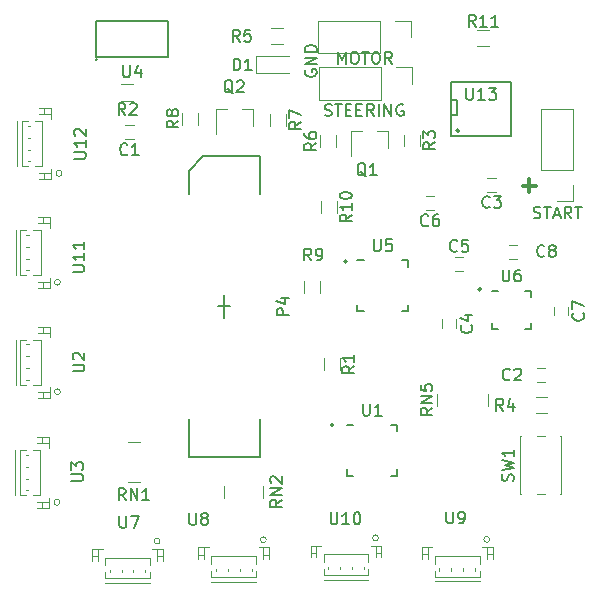
<source format=gto>
G04 #@! TF.FileFunction,Legend,Top*
%FSLAX46Y46*%
G04 Gerber Fmt 4.6, Leading zero omitted, Abs format (unit mm)*
G04 Created by KiCad (PCBNEW 4.0.5-e0-6337~49~ubuntu16.04.1) date Tue Feb 21 22:51:04 2017*
%MOMM*%
%LPD*%
G01*
G04 APERTURE LIST*
%ADD10C,0.100000*%
%ADD11C,0.300000*%
%ADD12C,0.200000*%
%ADD13C,0.120000*%
%ADD14C,0.150000*%
G04 APERTURE END LIST*
D10*
D11*
X134898572Y-90187143D02*
X136041429Y-90187143D01*
X135470000Y-90758571D02*
X135470000Y-89615714D01*
D12*
X116510000Y-80391904D02*
X116462381Y-80487142D01*
X116462381Y-80629999D01*
X116510000Y-80772857D01*
X116605238Y-80868095D01*
X116700476Y-80915714D01*
X116890952Y-80963333D01*
X117033810Y-80963333D01*
X117224286Y-80915714D01*
X117319524Y-80868095D01*
X117414762Y-80772857D01*
X117462381Y-80629999D01*
X117462381Y-80534761D01*
X117414762Y-80391904D01*
X117367143Y-80344285D01*
X117033810Y-80344285D01*
X117033810Y-80534761D01*
X117462381Y-79915714D02*
X116462381Y-79915714D01*
X117462381Y-79344285D01*
X116462381Y-79344285D01*
X117462381Y-78868095D02*
X116462381Y-78868095D01*
X116462381Y-78630000D01*
X116510000Y-78487142D01*
X116605238Y-78391904D01*
X116700476Y-78344285D01*
X116890952Y-78296666D01*
X117033810Y-78296666D01*
X117224286Y-78344285D01*
X117319524Y-78391904D01*
X117414762Y-78487142D01*
X117462381Y-78630000D01*
X117462381Y-78868095D01*
X129552315Y-85520000D02*
G75*
G03X129552315Y-85520000I-152315J0D01*
G01*
X120038924Y-96620000D02*
G75*
G03X120038924Y-96620000I-138924J0D01*
G01*
X131412127Y-98950000D02*
G75*
G03X131412127Y-98950000I-142127J0D01*
G01*
X118856301Y-110440000D02*
G75*
G03X118856301Y-110440000I-106301J0D01*
G01*
D13*
X101950000Y-86260000D02*
X101250000Y-86260000D01*
X101250000Y-85060000D02*
X101950000Y-85060000D01*
X136810000Y-106810000D02*
X136110000Y-106810000D01*
X136110000Y-105610000D02*
X136810000Y-105610000D01*
X132617960Y-90706500D02*
X131917960Y-90706500D01*
X131917960Y-89506500D02*
X132617960Y-89506500D01*
X129290000Y-101500000D02*
X129290000Y-102200000D01*
X128090000Y-102200000D02*
X128090000Y-101500000D01*
X129160000Y-96230000D02*
X129860000Y-96230000D01*
X129860000Y-97430000D02*
X129160000Y-97430000D01*
X127410000Y-92270000D02*
X126710000Y-92270000D01*
X126710000Y-91070000D02*
X127410000Y-91070000D01*
X138760000Y-100470000D02*
X138760000Y-101170000D01*
X137560000Y-101170000D02*
X137560000Y-100470000D01*
X134456920Y-96391020D02*
X133756920Y-96391020D01*
X133756920Y-95191020D02*
X134456920Y-95191020D01*
X112300000Y-79230000D02*
X112300000Y-80630000D01*
X112300000Y-80630000D02*
X115100000Y-80630000D01*
X112300000Y-79230000D02*
X115100000Y-79230000D01*
X139197700Y-88854280D02*
X139197700Y-83654280D01*
X139197700Y-83654280D02*
X136417700Y-83654280D01*
X136417700Y-83654280D02*
X136417700Y-88854280D01*
X136417700Y-88854280D02*
X139197700Y-88854280D01*
X139197700Y-90124280D02*
X139197700Y-91514280D01*
X139197700Y-91514280D02*
X137807700Y-91514280D01*
X122895360Y-80169400D02*
X117695360Y-80169400D01*
X117695360Y-80169400D02*
X117695360Y-82949400D01*
X117695360Y-82949400D02*
X122895360Y-82949400D01*
X122895360Y-82949400D02*
X122895360Y-80169400D01*
X124165360Y-80169400D02*
X125555360Y-80169400D01*
X125555360Y-80169400D02*
X125555360Y-81559400D01*
X122798840Y-76214620D02*
X117598840Y-76214620D01*
X117598840Y-76214620D02*
X117598840Y-78994620D01*
X117598840Y-78994620D02*
X122798840Y-78994620D01*
X122798840Y-78994620D02*
X122798840Y-76214620D01*
X124068840Y-76214620D02*
X125458840Y-76214620D01*
X125458840Y-76214620D02*
X125458840Y-77604620D01*
D14*
X109618780Y-100411280D02*
X109118780Y-100411280D01*
X109618780Y-100411280D02*
X110118780Y-100411280D01*
X109618780Y-100411280D02*
X109618780Y-99411280D01*
X109618780Y-100411280D02*
X109618780Y-101411280D01*
X112618780Y-87661280D02*
X107868780Y-87661280D01*
X106618780Y-88911280D02*
X107868780Y-87661280D01*
X106618780Y-88911280D02*
X106618780Y-90911280D01*
X112618780Y-90911280D02*
X112618780Y-87661280D01*
X106618780Y-113161280D02*
X106618780Y-109911280D01*
X112618780Y-113161280D02*
X106618780Y-113161280D01*
X112618780Y-109911280D02*
X112618780Y-113161280D01*
D13*
X123490000Y-85540000D02*
X122560000Y-85540000D01*
X120330000Y-85540000D02*
X121260000Y-85540000D01*
X120330000Y-85540000D02*
X120330000Y-87700000D01*
X123490000Y-85540000D02*
X123490000Y-87000000D01*
X112100000Y-83670000D02*
X111170000Y-83670000D01*
X108940000Y-83670000D02*
X109870000Y-83670000D01*
X108940000Y-83670000D02*
X108940000Y-85830000D01*
X112100000Y-83670000D02*
X112100000Y-85130000D01*
X118050000Y-105810000D02*
X118050000Y-104810000D01*
X119410000Y-104810000D02*
X119410000Y-105810000D01*
X100930000Y-81620000D02*
X101930000Y-81620000D01*
X101930000Y-82980000D02*
X100930000Y-82980000D01*
X124880000Y-86860000D02*
X124880000Y-85860000D01*
X126240000Y-85860000D02*
X126240000Y-86860000D01*
X136990000Y-109460000D02*
X135990000Y-109460000D01*
X135990000Y-108100000D02*
X136990000Y-108100000D01*
X113620000Y-76810000D02*
X114620000Y-76810000D01*
X114620000Y-78170000D02*
X113620000Y-78170000D01*
X119100000Y-85920000D02*
X119100000Y-86920000D01*
X117740000Y-86920000D02*
X117740000Y-85920000D01*
X113540000Y-85110000D02*
X113540000Y-84110000D01*
X114900000Y-84110000D02*
X114900000Y-85110000D01*
X107430000Y-84010000D02*
X107430000Y-85010000D01*
X106070000Y-85010000D02*
X106070000Y-84010000D01*
X117760000Y-98300000D02*
X117760000Y-99300000D01*
X116400000Y-99300000D02*
X116400000Y-98300000D01*
X117841480Y-92493720D02*
X117841480Y-91493720D01*
X119201480Y-91493720D02*
X119201480Y-92493720D01*
X132051680Y-78401460D02*
X131051680Y-78401460D01*
X131051680Y-77041460D02*
X132051680Y-77041460D01*
X134678480Y-111410580D02*
X134778480Y-111410580D01*
X138178480Y-111410580D02*
X138078480Y-111410580D01*
X138078480Y-116310580D02*
X138178480Y-116310580D01*
X134678480Y-116310580D02*
X134778480Y-116310580D01*
X136078480Y-116310580D02*
X136778480Y-116310580D01*
X136078480Y-111410580D02*
X136778480Y-111410580D01*
X134678480Y-111410580D02*
X134678480Y-116310580D01*
X138178480Y-116310580D02*
X138178480Y-111410580D01*
D14*
X124290000Y-110430000D02*
X124290000Y-110955000D01*
X119990000Y-114730000D02*
X119990000Y-114205000D01*
X124290000Y-114730000D02*
X124290000Y-114205000D01*
X119990000Y-110430000D02*
X120515000Y-110430000D01*
X119990000Y-114730000D02*
X120515000Y-114730000D01*
X124290000Y-114730000D02*
X123765000Y-114730000D01*
X124290000Y-110430000D02*
X123765000Y-110430000D01*
D13*
X95757500Y-107630000D02*
G75*
G03X95757500Y-107630000I-250000J0D01*
G01*
X91957500Y-107030000D02*
X91957500Y-103230000D01*
X93857500Y-108130000D02*
X94857500Y-108130000D01*
X94857500Y-108130000D02*
X94857500Y-107230000D01*
X94857500Y-107630000D02*
X93857500Y-107630000D01*
X93857500Y-107630000D02*
X93857500Y-107630000D01*
X93857500Y-107630000D02*
X94857500Y-107630000D01*
X94857500Y-107630000D02*
X94857500Y-107630000D01*
X94257500Y-107630000D02*
X94257500Y-107630000D01*
X94257500Y-107630000D02*
X94257500Y-108130000D01*
X94257500Y-108130000D02*
X94257500Y-108130000D01*
X94257500Y-108130000D02*
X94257500Y-107630000D01*
X93857500Y-102130000D02*
X94857500Y-102130000D01*
X94857500Y-102130000D02*
X94857500Y-103030000D01*
X94857500Y-102630000D02*
X93857500Y-102630000D01*
X93857500Y-102630000D02*
X93857500Y-102630000D01*
X93857500Y-102630000D02*
X94857500Y-102630000D01*
X94857500Y-102630000D02*
X94857500Y-102630000D01*
X94257500Y-102630000D02*
X94257500Y-102630000D01*
X94257500Y-102630000D02*
X94257500Y-102130000D01*
X94257500Y-102130000D02*
X94257500Y-102130000D01*
X94257500Y-102130000D02*
X94257500Y-102630000D01*
X92857500Y-107030000D02*
X92357500Y-107030000D01*
X92357500Y-107030000D02*
X92357500Y-103230000D01*
X92357500Y-103230000D02*
X92857500Y-103230000D01*
X93457500Y-107030000D02*
X94107500Y-107030000D01*
X94107500Y-107030000D02*
X94107500Y-103230000D01*
X94107500Y-103230000D02*
X93457500Y-103230000D01*
X92857500Y-106630000D02*
X93057500Y-106630000D01*
X92857500Y-105630000D02*
X93057500Y-105630000D01*
X92857500Y-104630000D02*
X93057500Y-104630000D01*
X92857500Y-103630000D02*
X93057500Y-103630000D01*
X95713360Y-116993040D02*
G75*
G03X95713360Y-116993040I-250000J0D01*
G01*
X91913360Y-116393040D02*
X91913360Y-112593040D01*
X93813360Y-117493040D02*
X94813360Y-117493040D01*
X94813360Y-117493040D02*
X94813360Y-116593040D01*
X94813360Y-116993040D02*
X93813360Y-116993040D01*
X93813360Y-116993040D02*
X93813360Y-116993040D01*
X93813360Y-116993040D02*
X94813360Y-116993040D01*
X94813360Y-116993040D02*
X94813360Y-116993040D01*
X94213360Y-116993040D02*
X94213360Y-116993040D01*
X94213360Y-116993040D02*
X94213360Y-117493040D01*
X94213360Y-117493040D02*
X94213360Y-117493040D01*
X94213360Y-117493040D02*
X94213360Y-116993040D01*
X93813360Y-111493040D02*
X94813360Y-111493040D01*
X94813360Y-111493040D02*
X94813360Y-112393040D01*
X94813360Y-111993040D02*
X93813360Y-111993040D01*
X93813360Y-111993040D02*
X93813360Y-111993040D01*
X93813360Y-111993040D02*
X94813360Y-111993040D01*
X94813360Y-111993040D02*
X94813360Y-111993040D01*
X94213360Y-111993040D02*
X94213360Y-111993040D01*
X94213360Y-111993040D02*
X94213360Y-111493040D01*
X94213360Y-111493040D02*
X94213360Y-111493040D01*
X94213360Y-111493040D02*
X94213360Y-111993040D01*
X92813360Y-116393040D02*
X92313360Y-116393040D01*
X92313360Y-116393040D02*
X92313360Y-112593040D01*
X92313360Y-112593040D02*
X92813360Y-112593040D01*
X93413360Y-116393040D02*
X94063360Y-116393040D01*
X94063360Y-116393040D02*
X94063360Y-112593040D01*
X94063360Y-112593040D02*
X93413360Y-112593040D01*
X92813360Y-115993040D02*
X93013360Y-115993040D01*
X92813360Y-114993040D02*
X93013360Y-114993040D01*
X92813360Y-113993040D02*
X93013360Y-113993040D01*
X92813360Y-112993040D02*
X93013360Y-112993040D01*
D14*
X104888000Y-79280000D02*
X101840000Y-79280000D01*
X104888000Y-76232000D02*
X104888000Y-79280000D01*
X98792000Y-76232000D02*
X104888000Y-76232000D01*
X98792000Y-79280000D02*
X98792000Y-76232000D01*
X101840000Y-79280000D02*
X98792000Y-79280000D01*
X98863842Y-79534000D02*
G75*
G03X98863842Y-79534000I-71842J0D01*
G01*
X125210000Y-96510000D02*
X125210000Y-97035000D01*
X120910000Y-100810000D02*
X120910000Y-100285000D01*
X125210000Y-100810000D02*
X125210000Y-100285000D01*
X120910000Y-96510000D02*
X121435000Y-96510000D01*
X120910000Y-100810000D02*
X121435000Y-100810000D01*
X125210000Y-100810000D02*
X124685000Y-100810000D01*
X125210000Y-96510000D02*
X124685000Y-96510000D01*
X135581640Y-99072880D02*
X135581640Y-99572880D01*
X132331640Y-102322880D02*
X132331640Y-101822880D01*
X135581640Y-102322880D02*
X135581640Y-101822880D01*
X132331640Y-99072880D02*
X132831640Y-99072880D01*
X132331640Y-102322880D02*
X132831640Y-102322880D01*
X135581640Y-102322880D02*
X135081640Y-102322880D01*
X135581640Y-99072880D02*
X135081640Y-99072880D01*
D13*
X104195060Y-120281700D02*
G75*
G03X104195060Y-120281700I-250000J0D01*
G01*
X103345060Y-123831700D02*
X99545060Y-123831700D01*
X104445060Y-121931700D02*
X104445060Y-120931700D01*
X104445060Y-120931700D02*
X103545060Y-120931700D01*
X103945060Y-120931700D02*
X103945060Y-121931700D01*
X103945060Y-121931700D02*
X103945060Y-121931700D01*
X103945060Y-121931700D02*
X103945060Y-120931700D01*
X103945060Y-120931700D02*
X103945060Y-120931700D01*
X103945060Y-121531700D02*
X103945060Y-121531700D01*
X103945060Y-121531700D02*
X104445060Y-121531700D01*
X104445060Y-121531700D02*
X104445060Y-121531700D01*
X104445060Y-121531700D02*
X103945060Y-121531700D01*
X98445060Y-121931700D02*
X98445060Y-120931700D01*
X98445060Y-120931700D02*
X99345060Y-120931700D01*
X98945060Y-120931700D02*
X98945060Y-121931700D01*
X98945060Y-121931700D02*
X98945060Y-121931700D01*
X98945060Y-121931700D02*
X98945060Y-120931700D01*
X98945060Y-120931700D02*
X98945060Y-120931700D01*
X98945060Y-121531700D02*
X98945060Y-121531700D01*
X98945060Y-121531700D02*
X98445060Y-121531700D01*
X98445060Y-121531700D02*
X98445060Y-121531700D01*
X98445060Y-121531700D02*
X98945060Y-121531700D01*
X103345060Y-122931700D02*
X103345060Y-123431700D01*
X103345060Y-123431700D02*
X99545060Y-123431700D01*
X99545060Y-123431700D02*
X99545060Y-122931700D01*
X103345060Y-122331700D02*
X103345060Y-121681700D01*
X103345060Y-121681700D02*
X99545060Y-121681700D01*
X99545060Y-121681700D02*
X99545060Y-122331700D01*
X102945060Y-122931700D02*
X102945060Y-122731700D01*
X101945060Y-122931700D02*
X101945060Y-122731700D01*
X100945060Y-122931700D02*
X100945060Y-122731700D01*
X99945060Y-122931700D02*
X99945060Y-122731700D01*
X113190000Y-120172500D02*
G75*
G03X113190000Y-120172500I-250000J0D01*
G01*
X112340000Y-123722500D02*
X108540000Y-123722500D01*
X113440000Y-121822500D02*
X113440000Y-120822500D01*
X113440000Y-120822500D02*
X112540000Y-120822500D01*
X112940000Y-120822500D02*
X112940000Y-121822500D01*
X112940000Y-121822500D02*
X112940000Y-121822500D01*
X112940000Y-121822500D02*
X112940000Y-120822500D01*
X112940000Y-120822500D02*
X112940000Y-120822500D01*
X112940000Y-121422500D02*
X112940000Y-121422500D01*
X112940000Y-121422500D02*
X113440000Y-121422500D01*
X113440000Y-121422500D02*
X113440000Y-121422500D01*
X113440000Y-121422500D02*
X112940000Y-121422500D01*
X107440000Y-121822500D02*
X107440000Y-120822500D01*
X107440000Y-120822500D02*
X108340000Y-120822500D01*
X107940000Y-120822500D02*
X107940000Y-121822500D01*
X107940000Y-121822500D02*
X107940000Y-121822500D01*
X107940000Y-121822500D02*
X107940000Y-120822500D01*
X107940000Y-120822500D02*
X107940000Y-120822500D01*
X107940000Y-121422500D02*
X107940000Y-121422500D01*
X107940000Y-121422500D02*
X107440000Y-121422500D01*
X107440000Y-121422500D02*
X107440000Y-121422500D01*
X107440000Y-121422500D02*
X107940000Y-121422500D01*
X112340000Y-122822500D02*
X112340000Y-123322500D01*
X112340000Y-123322500D02*
X108540000Y-123322500D01*
X108540000Y-123322500D02*
X108540000Y-122822500D01*
X112340000Y-122222500D02*
X112340000Y-121572500D01*
X112340000Y-121572500D02*
X108540000Y-121572500D01*
X108540000Y-121572500D02*
X108540000Y-122222500D01*
X111940000Y-122822500D02*
X111940000Y-122622500D01*
X110940000Y-122822500D02*
X110940000Y-122622500D01*
X109940000Y-122822500D02*
X109940000Y-122622500D01*
X108940000Y-122822500D02*
X108940000Y-122622500D01*
X132100000Y-120132500D02*
G75*
G03X132100000Y-120132500I-250000J0D01*
G01*
X131250000Y-123682500D02*
X127450000Y-123682500D01*
X132350000Y-121782500D02*
X132350000Y-120782500D01*
X132350000Y-120782500D02*
X131450000Y-120782500D01*
X131850000Y-120782500D02*
X131850000Y-121782500D01*
X131850000Y-121782500D02*
X131850000Y-121782500D01*
X131850000Y-121782500D02*
X131850000Y-120782500D01*
X131850000Y-120782500D02*
X131850000Y-120782500D01*
X131850000Y-121382500D02*
X131850000Y-121382500D01*
X131850000Y-121382500D02*
X132350000Y-121382500D01*
X132350000Y-121382500D02*
X132350000Y-121382500D01*
X132350000Y-121382500D02*
X131850000Y-121382500D01*
X126350000Y-121782500D02*
X126350000Y-120782500D01*
X126350000Y-120782500D02*
X127250000Y-120782500D01*
X126850000Y-120782500D02*
X126850000Y-121782500D01*
X126850000Y-121782500D02*
X126850000Y-121782500D01*
X126850000Y-121782500D02*
X126850000Y-120782500D01*
X126850000Y-120782500D02*
X126850000Y-120782500D01*
X126850000Y-121382500D02*
X126850000Y-121382500D01*
X126850000Y-121382500D02*
X126350000Y-121382500D01*
X126350000Y-121382500D02*
X126350000Y-121382500D01*
X126350000Y-121382500D02*
X126850000Y-121382500D01*
X131250000Y-122782500D02*
X131250000Y-123282500D01*
X131250000Y-123282500D02*
X127450000Y-123282500D01*
X127450000Y-123282500D02*
X127450000Y-122782500D01*
X131250000Y-122182500D02*
X131250000Y-121532500D01*
X131250000Y-121532500D02*
X127450000Y-121532500D01*
X127450000Y-121532500D02*
X127450000Y-122182500D01*
X130850000Y-122782500D02*
X130850000Y-122582500D01*
X129850000Y-122782500D02*
X129850000Y-122582500D01*
X128850000Y-122782500D02*
X128850000Y-122582500D01*
X127850000Y-122782500D02*
X127850000Y-122582500D01*
X122690000Y-120012500D02*
G75*
G03X122690000Y-120012500I-250000J0D01*
G01*
X121840000Y-123562500D02*
X118040000Y-123562500D01*
X122940000Y-121662500D02*
X122940000Y-120662500D01*
X122940000Y-120662500D02*
X122040000Y-120662500D01*
X122440000Y-120662500D02*
X122440000Y-121662500D01*
X122440000Y-121662500D02*
X122440000Y-121662500D01*
X122440000Y-121662500D02*
X122440000Y-120662500D01*
X122440000Y-120662500D02*
X122440000Y-120662500D01*
X122440000Y-121262500D02*
X122440000Y-121262500D01*
X122440000Y-121262500D02*
X122940000Y-121262500D01*
X122940000Y-121262500D02*
X122940000Y-121262500D01*
X122940000Y-121262500D02*
X122440000Y-121262500D01*
X116940000Y-121662500D02*
X116940000Y-120662500D01*
X116940000Y-120662500D02*
X117840000Y-120662500D01*
X117440000Y-120662500D02*
X117440000Y-121662500D01*
X117440000Y-121662500D02*
X117440000Y-121662500D01*
X117440000Y-121662500D02*
X117440000Y-120662500D01*
X117440000Y-120662500D02*
X117440000Y-120662500D01*
X117440000Y-121262500D02*
X117440000Y-121262500D01*
X117440000Y-121262500D02*
X116940000Y-121262500D01*
X116940000Y-121262500D02*
X116940000Y-121262500D01*
X116940000Y-121262500D02*
X117440000Y-121262500D01*
X121840000Y-122662500D02*
X121840000Y-123162500D01*
X121840000Y-123162500D02*
X118040000Y-123162500D01*
X118040000Y-123162500D02*
X118040000Y-122662500D01*
X121840000Y-122062500D02*
X121840000Y-121412500D01*
X121840000Y-121412500D02*
X118040000Y-121412500D01*
X118040000Y-121412500D02*
X118040000Y-122062500D01*
X121440000Y-122662500D02*
X121440000Y-122462500D01*
X120440000Y-122662500D02*
X120440000Y-122462500D01*
X119440000Y-122662500D02*
X119440000Y-122462500D01*
X118440000Y-122662500D02*
X118440000Y-122462500D01*
X95757500Y-98370000D02*
G75*
G03X95757500Y-98370000I-250000J0D01*
G01*
X91957500Y-97770000D02*
X91957500Y-93970000D01*
X93857500Y-98870000D02*
X94857500Y-98870000D01*
X94857500Y-98870000D02*
X94857500Y-97970000D01*
X94857500Y-98370000D02*
X93857500Y-98370000D01*
X93857500Y-98370000D02*
X93857500Y-98370000D01*
X93857500Y-98370000D02*
X94857500Y-98370000D01*
X94857500Y-98370000D02*
X94857500Y-98370000D01*
X94257500Y-98370000D02*
X94257500Y-98370000D01*
X94257500Y-98370000D02*
X94257500Y-98870000D01*
X94257500Y-98870000D02*
X94257500Y-98870000D01*
X94257500Y-98870000D02*
X94257500Y-98370000D01*
X93857500Y-92870000D02*
X94857500Y-92870000D01*
X94857500Y-92870000D02*
X94857500Y-93770000D01*
X94857500Y-93370000D02*
X93857500Y-93370000D01*
X93857500Y-93370000D02*
X93857500Y-93370000D01*
X93857500Y-93370000D02*
X94857500Y-93370000D01*
X94857500Y-93370000D02*
X94857500Y-93370000D01*
X94257500Y-93370000D02*
X94257500Y-93370000D01*
X94257500Y-93370000D02*
X94257500Y-92870000D01*
X94257500Y-92870000D02*
X94257500Y-92870000D01*
X94257500Y-92870000D02*
X94257500Y-93370000D01*
X92857500Y-97770000D02*
X92357500Y-97770000D01*
X92357500Y-97770000D02*
X92357500Y-93970000D01*
X92357500Y-93970000D02*
X92857500Y-93970000D01*
X93457500Y-97770000D02*
X94107500Y-97770000D01*
X94107500Y-97770000D02*
X94107500Y-93970000D01*
X94107500Y-93970000D02*
X93457500Y-93970000D01*
X92857500Y-97370000D02*
X93057500Y-97370000D01*
X92857500Y-96370000D02*
X93057500Y-96370000D01*
X92857500Y-95370000D02*
X93057500Y-95370000D01*
X92857500Y-94370000D02*
X93057500Y-94370000D01*
X95887500Y-89140000D02*
G75*
G03X95887500Y-89140000I-250000J0D01*
G01*
X92087500Y-88540000D02*
X92087500Y-84740000D01*
X93987500Y-89640000D02*
X94987500Y-89640000D01*
X94987500Y-89640000D02*
X94987500Y-88740000D01*
X94987500Y-89140000D02*
X93987500Y-89140000D01*
X93987500Y-89140000D02*
X93987500Y-89140000D01*
X93987500Y-89140000D02*
X94987500Y-89140000D01*
X94987500Y-89140000D02*
X94987500Y-89140000D01*
X94387500Y-89140000D02*
X94387500Y-89140000D01*
X94387500Y-89140000D02*
X94387500Y-89640000D01*
X94387500Y-89640000D02*
X94387500Y-89640000D01*
X94387500Y-89640000D02*
X94387500Y-89140000D01*
X93987500Y-83640000D02*
X94987500Y-83640000D01*
X94987500Y-83640000D02*
X94987500Y-84540000D01*
X94987500Y-84140000D02*
X93987500Y-84140000D01*
X93987500Y-84140000D02*
X93987500Y-84140000D01*
X93987500Y-84140000D02*
X94987500Y-84140000D01*
X94987500Y-84140000D02*
X94987500Y-84140000D01*
X94387500Y-84140000D02*
X94387500Y-84140000D01*
X94387500Y-84140000D02*
X94387500Y-83640000D01*
X94387500Y-83640000D02*
X94387500Y-83640000D01*
X94387500Y-83640000D02*
X94387500Y-84140000D01*
X92987500Y-88540000D02*
X92487500Y-88540000D01*
X92487500Y-88540000D02*
X92487500Y-84740000D01*
X92487500Y-84740000D02*
X92987500Y-84740000D01*
X93587500Y-88540000D02*
X94237500Y-88540000D01*
X94237500Y-88540000D02*
X94237500Y-84740000D01*
X94237500Y-84740000D02*
X93587500Y-84740000D01*
X92987500Y-88140000D02*
X93187500Y-88140000D01*
X92987500Y-87140000D02*
X93187500Y-87140000D01*
X92987500Y-86140000D02*
X93187500Y-86140000D01*
X92987500Y-85140000D02*
X93187500Y-85140000D01*
D14*
X128818640Y-81447640D02*
X133898640Y-81447640D01*
X133898640Y-81447640D02*
X133898640Y-86019640D01*
X133898640Y-86019640D02*
X128818640Y-86019640D01*
X128818640Y-86019640D02*
X128818640Y-81447640D01*
X128818640Y-82971640D02*
X129326640Y-82971640D01*
X129326640Y-82971640D02*
X129326640Y-84241640D01*
X129326640Y-84241640D02*
X128818640Y-84241640D01*
D13*
X101470000Y-111880000D02*
X102470000Y-111880000D01*
X101470000Y-115240000D02*
X102470000Y-115240000D01*
X109580000Y-116600000D02*
X109580000Y-115600000D01*
X112940000Y-116600000D02*
X112940000Y-115600000D01*
X131920000Y-107810000D02*
X131920000Y-108810000D01*
X127680000Y-107810000D02*
X127680000Y-108810000D01*
D14*
X101433334Y-87517143D02*
X101385715Y-87564762D01*
X101242858Y-87612381D01*
X101147620Y-87612381D01*
X101004762Y-87564762D01*
X100909524Y-87469524D01*
X100861905Y-87374286D01*
X100814286Y-87183810D01*
X100814286Y-87040952D01*
X100861905Y-86850476D01*
X100909524Y-86755238D01*
X101004762Y-86660000D01*
X101147620Y-86612381D01*
X101242858Y-86612381D01*
X101385715Y-86660000D01*
X101433334Y-86707619D01*
X102385715Y-87612381D02*
X101814286Y-87612381D01*
X102100000Y-87612381D02*
X102100000Y-86612381D01*
X102004762Y-86755238D01*
X101909524Y-86850476D01*
X101814286Y-86898095D01*
X133813334Y-106577143D02*
X133765715Y-106624762D01*
X133622858Y-106672381D01*
X133527620Y-106672381D01*
X133384762Y-106624762D01*
X133289524Y-106529524D01*
X133241905Y-106434286D01*
X133194286Y-106243810D01*
X133194286Y-106100952D01*
X133241905Y-105910476D01*
X133289524Y-105815238D01*
X133384762Y-105720000D01*
X133527620Y-105672381D01*
X133622858Y-105672381D01*
X133765715Y-105720000D01*
X133813334Y-105767619D01*
X134194286Y-105767619D02*
X134241905Y-105720000D01*
X134337143Y-105672381D01*
X134575239Y-105672381D01*
X134670477Y-105720000D01*
X134718096Y-105767619D01*
X134765715Y-105862857D01*
X134765715Y-105958095D01*
X134718096Y-106100952D01*
X134146667Y-106672381D01*
X134765715Y-106672381D01*
X132101294Y-91963643D02*
X132053675Y-92011262D01*
X131910818Y-92058881D01*
X131815580Y-92058881D01*
X131672722Y-92011262D01*
X131577484Y-91916024D01*
X131529865Y-91820786D01*
X131482246Y-91630310D01*
X131482246Y-91487452D01*
X131529865Y-91296976D01*
X131577484Y-91201738D01*
X131672722Y-91106500D01*
X131815580Y-91058881D01*
X131910818Y-91058881D01*
X132053675Y-91106500D01*
X132101294Y-91154119D01*
X132434627Y-91058881D02*
X133053675Y-91058881D01*
X132720341Y-91439833D01*
X132863199Y-91439833D01*
X132958437Y-91487452D01*
X133006056Y-91535071D01*
X133053675Y-91630310D01*
X133053675Y-91868405D01*
X133006056Y-91963643D01*
X132958437Y-92011262D01*
X132863199Y-92058881D01*
X132577484Y-92058881D01*
X132482246Y-92011262D01*
X132434627Y-91963643D01*
X130547143Y-102016666D02*
X130594762Y-102064285D01*
X130642381Y-102207142D01*
X130642381Y-102302380D01*
X130594762Y-102445238D01*
X130499524Y-102540476D01*
X130404286Y-102588095D01*
X130213810Y-102635714D01*
X130070952Y-102635714D01*
X129880476Y-102588095D01*
X129785238Y-102540476D01*
X129690000Y-102445238D01*
X129642381Y-102302380D01*
X129642381Y-102207142D01*
X129690000Y-102064285D01*
X129737619Y-102016666D01*
X129975714Y-101159523D02*
X130642381Y-101159523D01*
X129594762Y-101397619D02*
X130309048Y-101635714D01*
X130309048Y-101016666D01*
X129343334Y-95687143D02*
X129295715Y-95734762D01*
X129152858Y-95782381D01*
X129057620Y-95782381D01*
X128914762Y-95734762D01*
X128819524Y-95639524D01*
X128771905Y-95544286D01*
X128724286Y-95353810D01*
X128724286Y-95210952D01*
X128771905Y-95020476D01*
X128819524Y-94925238D01*
X128914762Y-94830000D01*
X129057620Y-94782381D01*
X129152858Y-94782381D01*
X129295715Y-94830000D01*
X129343334Y-94877619D01*
X130248096Y-94782381D02*
X129771905Y-94782381D01*
X129724286Y-95258571D01*
X129771905Y-95210952D01*
X129867143Y-95163333D01*
X130105239Y-95163333D01*
X130200477Y-95210952D01*
X130248096Y-95258571D01*
X130295715Y-95353810D01*
X130295715Y-95591905D01*
X130248096Y-95687143D01*
X130200477Y-95734762D01*
X130105239Y-95782381D01*
X129867143Y-95782381D01*
X129771905Y-95734762D01*
X129724286Y-95687143D01*
X126893334Y-93527143D02*
X126845715Y-93574762D01*
X126702858Y-93622381D01*
X126607620Y-93622381D01*
X126464762Y-93574762D01*
X126369524Y-93479524D01*
X126321905Y-93384286D01*
X126274286Y-93193810D01*
X126274286Y-93050952D01*
X126321905Y-92860476D01*
X126369524Y-92765238D01*
X126464762Y-92670000D01*
X126607620Y-92622381D01*
X126702858Y-92622381D01*
X126845715Y-92670000D01*
X126893334Y-92717619D01*
X127750477Y-92622381D02*
X127560000Y-92622381D01*
X127464762Y-92670000D01*
X127417143Y-92717619D01*
X127321905Y-92860476D01*
X127274286Y-93050952D01*
X127274286Y-93431905D01*
X127321905Y-93527143D01*
X127369524Y-93574762D01*
X127464762Y-93622381D01*
X127655239Y-93622381D01*
X127750477Y-93574762D01*
X127798096Y-93527143D01*
X127845715Y-93431905D01*
X127845715Y-93193810D01*
X127798096Y-93098571D01*
X127750477Y-93050952D01*
X127655239Y-93003333D01*
X127464762Y-93003333D01*
X127369524Y-93050952D01*
X127321905Y-93098571D01*
X127274286Y-93193810D01*
X140017143Y-100986666D02*
X140064762Y-101034285D01*
X140112381Y-101177142D01*
X140112381Y-101272380D01*
X140064762Y-101415238D01*
X139969524Y-101510476D01*
X139874286Y-101558095D01*
X139683810Y-101605714D01*
X139540952Y-101605714D01*
X139350476Y-101558095D01*
X139255238Y-101510476D01*
X139160000Y-101415238D01*
X139112381Y-101272380D01*
X139112381Y-101177142D01*
X139160000Y-101034285D01*
X139207619Y-100986666D01*
X139112381Y-100653333D02*
X139112381Y-99986666D01*
X140112381Y-100415238D01*
X136733334Y-96127143D02*
X136685715Y-96174762D01*
X136542858Y-96222381D01*
X136447620Y-96222381D01*
X136304762Y-96174762D01*
X136209524Y-96079524D01*
X136161905Y-95984286D01*
X136114286Y-95793810D01*
X136114286Y-95650952D01*
X136161905Y-95460476D01*
X136209524Y-95365238D01*
X136304762Y-95270000D01*
X136447620Y-95222381D01*
X136542858Y-95222381D01*
X136685715Y-95270000D01*
X136733334Y-95317619D01*
X137304762Y-95650952D02*
X137209524Y-95603333D01*
X137161905Y-95555714D01*
X137114286Y-95460476D01*
X137114286Y-95412857D01*
X137161905Y-95317619D01*
X137209524Y-95270000D01*
X137304762Y-95222381D01*
X137495239Y-95222381D01*
X137590477Y-95270000D01*
X137638096Y-95317619D01*
X137685715Y-95412857D01*
X137685715Y-95460476D01*
X137638096Y-95555714D01*
X137590477Y-95603333D01*
X137495239Y-95650952D01*
X137304762Y-95650952D01*
X137209524Y-95698571D01*
X137161905Y-95746190D01*
X137114286Y-95841429D01*
X137114286Y-96031905D01*
X137161905Y-96127143D01*
X137209524Y-96174762D01*
X137304762Y-96222381D01*
X137495239Y-96222381D01*
X137590477Y-96174762D01*
X137638096Y-96127143D01*
X137685715Y-96031905D01*
X137685715Y-95841429D01*
X137638096Y-95746190D01*
X137590477Y-95698571D01*
X137495239Y-95650952D01*
X110430785Y-80436321D02*
X110430785Y-79436321D01*
X110668880Y-79436321D01*
X110811738Y-79483940D01*
X110906976Y-79579178D01*
X110954595Y-79674416D01*
X111002214Y-79864892D01*
X111002214Y-80007750D01*
X110954595Y-80198226D01*
X110906976Y-80293464D01*
X110811738Y-80388702D01*
X110668880Y-80436321D01*
X110430785Y-80436321D01*
X111954595Y-80436321D02*
X111383166Y-80436321D01*
X111668880Y-80436321D02*
X111668880Y-79436321D01*
X111573642Y-79579178D01*
X111478404Y-79674416D01*
X111383166Y-79722035D01*
X135831509Y-92919042D02*
X135974366Y-92966661D01*
X136212462Y-92966661D01*
X136307700Y-92919042D01*
X136355319Y-92871423D01*
X136402938Y-92776185D01*
X136402938Y-92680947D01*
X136355319Y-92585709D01*
X136307700Y-92538090D01*
X136212462Y-92490470D01*
X136021985Y-92442851D01*
X135926747Y-92395232D01*
X135879128Y-92347613D01*
X135831509Y-92252375D01*
X135831509Y-92157137D01*
X135879128Y-92061899D01*
X135926747Y-92014280D01*
X136021985Y-91966661D01*
X136260081Y-91966661D01*
X136402938Y-92014280D01*
X136688652Y-91966661D02*
X137260081Y-91966661D01*
X136974366Y-92966661D02*
X136974366Y-91966661D01*
X137545795Y-92680947D02*
X138021986Y-92680947D01*
X137450557Y-92966661D02*
X137783890Y-91966661D01*
X138117224Y-92966661D01*
X139021986Y-92966661D02*
X138688652Y-92490470D01*
X138450557Y-92966661D02*
X138450557Y-91966661D01*
X138831510Y-91966661D01*
X138926748Y-92014280D01*
X138974367Y-92061899D01*
X139021986Y-92157137D01*
X139021986Y-92299994D01*
X138974367Y-92395232D01*
X138926748Y-92442851D01*
X138831510Y-92490470D01*
X138450557Y-92490470D01*
X139307700Y-91966661D02*
X139879129Y-91966661D01*
X139593414Y-92966661D02*
X139593414Y-91966661D01*
X118146667Y-84234762D02*
X118289524Y-84282381D01*
X118527620Y-84282381D01*
X118622858Y-84234762D01*
X118670477Y-84187143D01*
X118718096Y-84091905D01*
X118718096Y-83996667D01*
X118670477Y-83901429D01*
X118622858Y-83853810D01*
X118527620Y-83806190D01*
X118337143Y-83758571D01*
X118241905Y-83710952D01*
X118194286Y-83663333D01*
X118146667Y-83568095D01*
X118146667Y-83472857D01*
X118194286Y-83377619D01*
X118241905Y-83330000D01*
X118337143Y-83282381D01*
X118575239Y-83282381D01*
X118718096Y-83330000D01*
X119003810Y-83282381D02*
X119575239Y-83282381D01*
X119289524Y-84282381D02*
X119289524Y-83282381D01*
X119908572Y-83758571D02*
X120241906Y-83758571D01*
X120384763Y-84282381D02*
X119908572Y-84282381D01*
X119908572Y-83282381D01*
X120384763Y-83282381D01*
X120813334Y-83758571D02*
X121146668Y-83758571D01*
X121289525Y-84282381D02*
X120813334Y-84282381D01*
X120813334Y-83282381D01*
X121289525Y-83282381D01*
X122289525Y-84282381D02*
X121956191Y-83806190D01*
X121718096Y-84282381D02*
X121718096Y-83282381D01*
X122099049Y-83282381D01*
X122194287Y-83330000D01*
X122241906Y-83377619D01*
X122289525Y-83472857D01*
X122289525Y-83615714D01*
X122241906Y-83710952D01*
X122194287Y-83758571D01*
X122099049Y-83806190D01*
X121718096Y-83806190D01*
X122718096Y-84282381D02*
X122718096Y-83282381D01*
X123194286Y-84282381D02*
X123194286Y-83282381D01*
X123765715Y-84282381D01*
X123765715Y-83282381D01*
X124765715Y-83330000D02*
X124670477Y-83282381D01*
X124527620Y-83282381D01*
X124384762Y-83330000D01*
X124289524Y-83425238D01*
X124241905Y-83520476D01*
X124194286Y-83710952D01*
X124194286Y-83853810D01*
X124241905Y-84044286D01*
X124289524Y-84139524D01*
X124384762Y-84234762D01*
X124527620Y-84282381D01*
X124622858Y-84282381D01*
X124765715Y-84234762D01*
X124813334Y-84187143D01*
X124813334Y-83853810D01*
X124622858Y-83853810D01*
X119248095Y-79862381D02*
X119248095Y-78862381D01*
X119581429Y-79576667D01*
X119914762Y-78862381D01*
X119914762Y-79862381D01*
X120581428Y-78862381D02*
X120771905Y-78862381D01*
X120867143Y-78910000D01*
X120962381Y-79005238D01*
X121010000Y-79195714D01*
X121010000Y-79529048D01*
X120962381Y-79719524D01*
X120867143Y-79814762D01*
X120771905Y-79862381D01*
X120581428Y-79862381D01*
X120486190Y-79814762D01*
X120390952Y-79719524D01*
X120343333Y-79529048D01*
X120343333Y-79195714D01*
X120390952Y-79005238D01*
X120486190Y-78910000D01*
X120581428Y-78862381D01*
X121295714Y-78862381D02*
X121867143Y-78862381D01*
X121581428Y-79862381D02*
X121581428Y-78862381D01*
X122390952Y-78862381D02*
X122581429Y-78862381D01*
X122676667Y-78910000D01*
X122771905Y-79005238D01*
X122819524Y-79195714D01*
X122819524Y-79529048D01*
X122771905Y-79719524D01*
X122676667Y-79814762D01*
X122581429Y-79862381D01*
X122390952Y-79862381D01*
X122295714Y-79814762D01*
X122200476Y-79719524D01*
X122152857Y-79529048D01*
X122152857Y-79195714D01*
X122200476Y-79005238D01*
X122295714Y-78910000D01*
X122390952Y-78862381D01*
X123819524Y-79862381D02*
X123486190Y-79386190D01*
X123248095Y-79862381D02*
X123248095Y-78862381D01*
X123629048Y-78862381D01*
X123724286Y-78910000D01*
X123771905Y-78957619D01*
X123819524Y-79052857D01*
X123819524Y-79195714D01*
X123771905Y-79290952D01*
X123724286Y-79338571D01*
X123629048Y-79386190D01*
X123248095Y-79386190D01*
X115071161Y-101149375D02*
X114071161Y-101149375D01*
X114071161Y-100768422D01*
X114118780Y-100673184D01*
X114166399Y-100625565D01*
X114261637Y-100577946D01*
X114404494Y-100577946D01*
X114499732Y-100625565D01*
X114547351Y-100673184D01*
X114594970Y-100768422D01*
X114594970Y-101149375D01*
X114404494Y-99720803D02*
X115071161Y-99720803D01*
X114023542Y-99958899D02*
X114737828Y-100196994D01*
X114737828Y-99577946D01*
X121634762Y-89397619D02*
X121539524Y-89350000D01*
X121444286Y-89254762D01*
X121301429Y-89111905D01*
X121206190Y-89064286D01*
X121110952Y-89064286D01*
X121158571Y-89302381D02*
X121063333Y-89254762D01*
X120968095Y-89159524D01*
X120920476Y-88969048D01*
X120920476Y-88635714D01*
X120968095Y-88445238D01*
X121063333Y-88350000D01*
X121158571Y-88302381D01*
X121349048Y-88302381D01*
X121444286Y-88350000D01*
X121539524Y-88445238D01*
X121587143Y-88635714D01*
X121587143Y-88969048D01*
X121539524Y-89159524D01*
X121444286Y-89254762D01*
X121349048Y-89302381D01*
X121158571Y-89302381D01*
X122539524Y-89302381D02*
X121968095Y-89302381D01*
X122253809Y-89302381D02*
X122253809Y-88302381D01*
X122158571Y-88445238D01*
X122063333Y-88540476D01*
X121968095Y-88588095D01*
X110374762Y-82377619D02*
X110279524Y-82330000D01*
X110184286Y-82234762D01*
X110041429Y-82091905D01*
X109946190Y-82044286D01*
X109850952Y-82044286D01*
X109898571Y-82282381D02*
X109803333Y-82234762D01*
X109708095Y-82139524D01*
X109660476Y-81949048D01*
X109660476Y-81615714D01*
X109708095Y-81425238D01*
X109803333Y-81330000D01*
X109898571Y-81282381D01*
X110089048Y-81282381D01*
X110184286Y-81330000D01*
X110279524Y-81425238D01*
X110327143Y-81615714D01*
X110327143Y-81949048D01*
X110279524Y-82139524D01*
X110184286Y-82234762D01*
X110089048Y-82282381D01*
X109898571Y-82282381D01*
X110708095Y-81377619D02*
X110755714Y-81330000D01*
X110850952Y-81282381D01*
X111089048Y-81282381D01*
X111184286Y-81330000D01*
X111231905Y-81377619D01*
X111279524Y-81472857D01*
X111279524Y-81568095D01*
X111231905Y-81710952D01*
X110660476Y-82282381D01*
X111279524Y-82282381D01*
X120632381Y-105476666D02*
X120156190Y-105810000D01*
X120632381Y-106048095D02*
X119632381Y-106048095D01*
X119632381Y-105667142D01*
X119680000Y-105571904D01*
X119727619Y-105524285D01*
X119822857Y-105476666D01*
X119965714Y-105476666D01*
X120060952Y-105524285D01*
X120108571Y-105571904D01*
X120156190Y-105667142D01*
X120156190Y-106048095D01*
X120632381Y-104524285D02*
X120632381Y-105095714D01*
X120632381Y-104810000D02*
X119632381Y-104810000D01*
X119775238Y-104905238D01*
X119870476Y-105000476D01*
X119918095Y-105095714D01*
X101263334Y-84202381D02*
X100930000Y-83726190D01*
X100691905Y-84202381D02*
X100691905Y-83202381D01*
X101072858Y-83202381D01*
X101168096Y-83250000D01*
X101215715Y-83297619D01*
X101263334Y-83392857D01*
X101263334Y-83535714D01*
X101215715Y-83630952D01*
X101168096Y-83678571D01*
X101072858Y-83726190D01*
X100691905Y-83726190D01*
X101644286Y-83297619D02*
X101691905Y-83250000D01*
X101787143Y-83202381D01*
X102025239Y-83202381D01*
X102120477Y-83250000D01*
X102168096Y-83297619D01*
X102215715Y-83392857D01*
X102215715Y-83488095D01*
X102168096Y-83630952D01*
X101596667Y-84202381D01*
X102215715Y-84202381D01*
X127462381Y-86526666D02*
X126986190Y-86860000D01*
X127462381Y-87098095D02*
X126462381Y-87098095D01*
X126462381Y-86717142D01*
X126510000Y-86621904D01*
X126557619Y-86574285D01*
X126652857Y-86526666D01*
X126795714Y-86526666D01*
X126890952Y-86574285D01*
X126938571Y-86621904D01*
X126986190Y-86717142D01*
X126986190Y-87098095D01*
X126462381Y-86193333D02*
X126462381Y-85574285D01*
X126843333Y-85907619D01*
X126843333Y-85764761D01*
X126890952Y-85669523D01*
X126938571Y-85621904D01*
X127033810Y-85574285D01*
X127271905Y-85574285D01*
X127367143Y-85621904D01*
X127414762Y-85669523D01*
X127462381Y-85764761D01*
X127462381Y-86050476D01*
X127414762Y-86145714D01*
X127367143Y-86193333D01*
X133243334Y-109242381D02*
X132910000Y-108766190D01*
X132671905Y-109242381D02*
X132671905Y-108242381D01*
X133052858Y-108242381D01*
X133148096Y-108290000D01*
X133195715Y-108337619D01*
X133243334Y-108432857D01*
X133243334Y-108575714D01*
X133195715Y-108670952D01*
X133148096Y-108718571D01*
X133052858Y-108766190D01*
X132671905Y-108766190D01*
X134100477Y-108575714D02*
X134100477Y-109242381D01*
X133862381Y-108194762D02*
X133624286Y-108909048D01*
X134243334Y-108909048D01*
X110923334Y-78002381D02*
X110590000Y-77526190D01*
X110351905Y-78002381D02*
X110351905Y-77002381D01*
X110732858Y-77002381D01*
X110828096Y-77050000D01*
X110875715Y-77097619D01*
X110923334Y-77192857D01*
X110923334Y-77335714D01*
X110875715Y-77430952D01*
X110828096Y-77478571D01*
X110732858Y-77526190D01*
X110351905Y-77526190D01*
X111828096Y-77002381D02*
X111351905Y-77002381D01*
X111304286Y-77478571D01*
X111351905Y-77430952D01*
X111447143Y-77383333D01*
X111685239Y-77383333D01*
X111780477Y-77430952D01*
X111828096Y-77478571D01*
X111875715Y-77573810D01*
X111875715Y-77811905D01*
X111828096Y-77907143D01*
X111780477Y-77954762D01*
X111685239Y-78002381D01*
X111447143Y-78002381D01*
X111351905Y-77954762D01*
X111304286Y-77907143D01*
X117422381Y-86586666D02*
X116946190Y-86920000D01*
X117422381Y-87158095D02*
X116422381Y-87158095D01*
X116422381Y-86777142D01*
X116470000Y-86681904D01*
X116517619Y-86634285D01*
X116612857Y-86586666D01*
X116755714Y-86586666D01*
X116850952Y-86634285D01*
X116898571Y-86681904D01*
X116946190Y-86777142D01*
X116946190Y-87158095D01*
X116422381Y-85729523D02*
X116422381Y-85920000D01*
X116470000Y-86015238D01*
X116517619Y-86062857D01*
X116660476Y-86158095D01*
X116850952Y-86205714D01*
X117231905Y-86205714D01*
X117327143Y-86158095D01*
X117374762Y-86110476D01*
X117422381Y-86015238D01*
X117422381Y-85824761D01*
X117374762Y-85729523D01*
X117327143Y-85681904D01*
X117231905Y-85634285D01*
X116993810Y-85634285D01*
X116898571Y-85681904D01*
X116850952Y-85729523D01*
X116803333Y-85824761D01*
X116803333Y-86015238D01*
X116850952Y-86110476D01*
X116898571Y-86158095D01*
X116993810Y-86205714D01*
X116122381Y-84776666D02*
X115646190Y-85110000D01*
X116122381Y-85348095D02*
X115122381Y-85348095D01*
X115122381Y-84967142D01*
X115170000Y-84871904D01*
X115217619Y-84824285D01*
X115312857Y-84776666D01*
X115455714Y-84776666D01*
X115550952Y-84824285D01*
X115598571Y-84871904D01*
X115646190Y-84967142D01*
X115646190Y-85348095D01*
X115122381Y-84443333D02*
X115122381Y-83776666D01*
X116122381Y-84205238D01*
X105752381Y-84676666D02*
X105276190Y-85010000D01*
X105752381Y-85248095D02*
X104752381Y-85248095D01*
X104752381Y-84867142D01*
X104800000Y-84771904D01*
X104847619Y-84724285D01*
X104942857Y-84676666D01*
X105085714Y-84676666D01*
X105180952Y-84724285D01*
X105228571Y-84771904D01*
X105276190Y-84867142D01*
X105276190Y-85248095D01*
X105180952Y-84105238D02*
X105133333Y-84200476D01*
X105085714Y-84248095D01*
X104990476Y-84295714D01*
X104942857Y-84295714D01*
X104847619Y-84248095D01*
X104800000Y-84200476D01*
X104752381Y-84105238D01*
X104752381Y-83914761D01*
X104800000Y-83819523D01*
X104847619Y-83771904D01*
X104942857Y-83724285D01*
X104990476Y-83724285D01*
X105085714Y-83771904D01*
X105133333Y-83819523D01*
X105180952Y-83914761D01*
X105180952Y-84105238D01*
X105228571Y-84200476D01*
X105276190Y-84248095D01*
X105371429Y-84295714D01*
X105561905Y-84295714D01*
X105657143Y-84248095D01*
X105704762Y-84200476D01*
X105752381Y-84105238D01*
X105752381Y-83914761D01*
X105704762Y-83819523D01*
X105657143Y-83771904D01*
X105561905Y-83724285D01*
X105371429Y-83724285D01*
X105276190Y-83771904D01*
X105228571Y-83819523D01*
X105180952Y-83914761D01*
X116993334Y-96512381D02*
X116660000Y-96036190D01*
X116421905Y-96512381D02*
X116421905Y-95512381D01*
X116802858Y-95512381D01*
X116898096Y-95560000D01*
X116945715Y-95607619D01*
X116993334Y-95702857D01*
X116993334Y-95845714D01*
X116945715Y-95940952D01*
X116898096Y-95988571D01*
X116802858Y-96036190D01*
X116421905Y-96036190D01*
X117469524Y-96512381D02*
X117660000Y-96512381D01*
X117755239Y-96464762D01*
X117802858Y-96417143D01*
X117898096Y-96274286D01*
X117945715Y-96083810D01*
X117945715Y-95702857D01*
X117898096Y-95607619D01*
X117850477Y-95560000D01*
X117755239Y-95512381D01*
X117564762Y-95512381D01*
X117469524Y-95560000D01*
X117421905Y-95607619D01*
X117374286Y-95702857D01*
X117374286Y-95940952D01*
X117421905Y-96036190D01*
X117469524Y-96083810D01*
X117564762Y-96131429D01*
X117755239Y-96131429D01*
X117850477Y-96083810D01*
X117898096Y-96036190D01*
X117945715Y-95940952D01*
X120423861Y-92636577D02*
X119947670Y-92969911D01*
X120423861Y-93208006D02*
X119423861Y-93208006D01*
X119423861Y-92827053D01*
X119471480Y-92731815D01*
X119519099Y-92684196D01*
X119614337Y-92636577D01*
X119757194Y-92636577D01*
X119852432Y-92684196D01*
X119900051Y-92731815D01*
X119947670Y-92827053D01*
X119947670Y-93208006D01*
X120423861Y-91684196D02*
X120423861Y-92255625D01*
X120423861Y-91969911D02*
X119423861Y-91969911D01*
X119566718Y-92065149D01*
X119661956Y-92160387D01*
X119709575Y-92255625D01*
X119423861Y-91065149D02*
X119423861Y-90969910D01*
X119471480Y-90874672D01*
X119519099Y-90827053D01*
X119614337Y-90779434D01*
X119804813Y-90731815D01*
X120042909Y-90731815D01*
X120233385Y-90779434D01*
X120328623Y-90827053D01*
X120376242Y-90874672D01*
X120423861Y-90969910D01*
X120423861Y-91065149D01*
X120376242Y-91160387D01*
X120328623Y-91208006D01*
X120233385Y-91255625D01*
X120042909Y-91303244D01*
X119804813Y-91303244D01*
X119614337Y-91255625D01*
X119519099Y-91208006D01*
X119471480Y-91160387D01*
X119423861Y-91065149D01*
X130908823Y-76723841D02*
X130575489Y-76247650D01*
X130337394Y-76723841D02*
X130337394Y-75723841D01*
X130718347Y-75723841D01*
X130813585Y-75771460D01*
X130861204Y-75819079D01*
X130908823Y-75914317D01*
X130908823Y-76057174D01*
X130861204Y-76152412D01*
X130813585Y-76200031D01*
X130718347Y-76247650D01*
X130337394Y-76247650D01*
X131861204Y-76723841D02*
X131289775Y-76723841D01*
X131575489Y-76723841D02*
X131575489Y-75723841D01*
X131480251Y-75866698D01*
X131385013Y-75961936D01*
X131289775Y-76009555D01*
X132813585Y-76723841D02*
X132242156Y-76723841D01*
X132527870Y-76723841D02*
X132527870Y-75723841D01*
X132432632Y-75866698D01*
X132337394Y-75961936D01*
X132242156Y-76009555D01*
X134083242Y-115193913D02*
X134130861Y-115051056D01*
X134130861Y-114812960D01*
X134083242Y-114717722D01*
X134035623Y-114670103D01*
X133940385Y-114622484D01*
X133845147Y-114622484D01*
X133749909Y-114670103D01*
X133702290Y-114717722D01*
X133654670Y-114812960D01*
X133607051Y-115003437D01*
X133559432Y-115098675D01*
X133511813Y-115146294D01*
X133416575Y-115193913D01*
X133321337Y-115193913D01*
X133226099Y-115146294D01*
X133178480Y-115098675D01*
X133130861Y-115003437D01*
X133130861Y-114765341D01*
X133178480Y-114622484D01*
X133130861Y-114289151D02*
X134130861Y-114051056D01*
X133416575Y-113860579D01*
X134130861Y-113670103D01*
X133130861Y-113432008D01*
X134130861Y-112527246D02*
X134130861Y-113098675D01*
X134130861Y-112812961D02*
X133130861Y-112812961D01*
X133273718Y-112908199D01*
X133368956Y-113003437D01*
X133416575Y-113098675D01*
X121378095Y-108657381D02*
X121378095Y-109466905D01*
X121425714Y-109562143D01*
X121473333Y-109609762D01*
X121568571Y-109657381D01*
X121759048Y-109657381D01*
X121854286Y-109609762D01*
X121901905Y-109562143D01*
X121949524Y-109466905D01*
X121949524Y-108657381D01*
X122949524Y-109657381D02*
X122378095Y-109657381D01*
X122663809Y-109657381D02*
X122663809Y-108657381D01*
X122568571Y-108800238D01*
X122473333Y-108895476D01*
X122378095Y-108943095D01*
X96792381Y-105901905D02*
X97601905Y-105901905D01*
X97697143Y-105854286D01*
X97744762Y-105806667D01*
X97792381Y-105711429D01*
X97792381Y-105520952D01*
X97744762Y-105425714D01*
X97697143Y-105378095D01*
X97601905Y-105330476D01*
X96792381Y-105330476D01*
X96887619Y-104901905D02*
X96840000Y-104854286D01*
X96792381Y-104759048D01*
X96792381Y-104520952D01*
X96840000Y-104425714D01*
X96887619Y-104378095D01*
X96982857Y-104330476D01*
X97078095Y-104330476D01*
X97220952Y-104378095D01*
X97792381Y-104949524D01*
X97792381Y-104330476D01*
X96692381Y-115171905D02*
X97501905Y-115171905D01*
X97597143Y-115124286D01*
X97644762Y-115076667D01*
X97692381Y-114981429D01*
X97692381Y-114790952D01*
X97644762Y-114695714D01*
X97597143Y-114648095D01*
X97501905Y-114600476D01*
X96692381Y-114600476D01*
X96692381Y-114219524D02*
X96692381Y-113600476D01*
X97073333Y-113933810D01*
X97073333Y-113790952D01*
X97120952Y-113695714D01*
X97168571Y-113648095D01*
X97263810Y-113600476D01*
X97501905Y-113600476D01*
X97597143Y-113648095D01*
X97644762Y-113695714D01*
X97692381Y-113790952D01*
X97692381Y-114076667D01*
X97644762Y-114171905D01*
X97597143Y-114219524D01*
X101078095Y-80002381D02*
X101078095Y-80811905D01*
X101125714Y-80907143D01*
X101173333Y-80954762D01*
X101268571Y-81002381D01*
X101459048Y-81002381D01*
X101554286Y-80954762D01*
X101601905Y-80907143D01*
X101649524Y-80811905D01*
X101649524Y-80002381D01*
X102554286Y-80335714D02*
X102554286Y-81002381D01*
X102316190Y-79954762D02*
X102078095Y-80669048D01*
X102697143Y-80669048D01*
X122298095Y-94737381D02*
X122298095Y-95546905D01*
X122345714Y-95642143D01*
X122393333Y-95689762D01*
X122488571Y-95737381D01*
X122679048Y-95737381D01*
X122774286Y-95689762D01*
X122821905Y-95642143D01*
X122869524Y-95546905D01*
X122869524Y-94737381D01*
X123821905Y-94737381D02*
X123345714Y-94737381D01*
X123298095Y-95213571D01*
X123345714Y-95165952D01*
X123440952Y-95118333D01*
X123679048Y-95118333D01*
X123774286Y-95165952D01*
X123821905Y-95213571D01*
X123869524Y-95308810D01*
X123869524Y-95546905D01*
X123821905Y-95642143D01*
X123774286Y-95689762D01*
X123679048Y-95737381D01*
X123440952Y-95737381D01*
X123345714Y-95689762D01*
X123298095Y-95642143D01*
X133194735Y-97300261D02*
X133194735Y-98109785D01*
X133242354Y-98205023D01*
X133289973Y-98252642D01*
X133385211Y-98300261D01*
X133575688Y-98300261D01*
X133670926Y-98252642D01*
X133718545Y-98205023D01*
X133766164Y-98109785D01*
X133766164Y-97300261D01*
X134670926Y-97300261D02*
X134480449Y-97300261D01*
X134385211Y-97347880D01*
X134337592Y-97395499D01*
X134242354Y-97538356D01*
X134194735Y-97728832D01*
X134194735Y-98109785D01*
X134242354Y-98205023D01*
X134289973Y-98252642D01*
X134385211Y-98300261D01*
X134575688Y-98300261D01*
X134670926Y-98252642D01*
X134718545Y-98205023D01*
X134766164Y-98109785D01*
X134766164Y-97871690D01*
X134718545Y-97776451D01*
X134670926Y-97728832D01*
X134575688Y-97681213D01*
X134385211Y-97681213D01*
X134289973Y-97728832D01*
X134242354Y-97776451D01*
X134194735Y-97871690D01*
X100758095Y-118142381D02*
X100758095Y-118951905D01*
X100805714Y-119047143D01*
X100853333Y-119094762D01*
X100948571Y-119142381D01*
X101139048Y-119142381D01*
X101234286Y-119094762D01*
X101281905Y-119047143D01*
X101329524Y-118951905D01*
X101329524Y-118142381D01*
X101710476Y-118142381D02*
X102377143Y-118142381D01*
X101948571Y-119142381D01*
X106678095Y-117912381D02*
X106678095Y-118721905D01*
X106725714Y-118817143D01*
X106773333Y-118864762D01*
X106868571Y-118912381D01*
X107059048Y-118912381D01*
X107154286Y-118864762D01*
X107201905Y-118817143D01*
X107249524Y-118721905D01*
X107249524Y-117912381D01*
X107868571Y-118340952D02*
X107773333Y-118293333D01*
X107725714Y-118245714D01*
X107678095Y-118150476D01*
X107678095Y-118102857D01*
X107725714Y-118007619D01*
X107773333Y-117960000D01*
X107868571Y-117912381D01*
X108059048Y-117912381D01*
X108154286Y-117960000D01*
X108201905Y-118007619D01*
X108249524Y-118102857D01*
X108249524Y-118150476D01*
X108201905Y-118245714D01*
X108154286Y-118293333D01*
X108059048Y-118340952D01*
X107868571Y-118340952D01*
X107773333Y-118388571D01*
X107725714Y-118436190D01*
X107678095Y-118531429D01*
X107678095Y-118721905D01*
X107725714Y-118817143D01*
X107773333Y-118864762D01*
X107868571Y-118912381D01*
X108059048Y-118912381D01*
X108154286Y-118864762D01*
X108201905Y-118817143D01*
X108249524Y-118721905D01*
X108249524Y-118531429D01*
X108201905Y-118436190D01*
X108154286Y-118388571D01*
X108059048Y-118340952D01*
X128438095Y-117782381D02*
X128438095Y-118591905D01*
X128485714Y-118687143D01*
X128533333Y-118734762D01*
X128628571Y-118782381D01*
X128819048Y-118782381D01*
X128914286Y-118734762D01*
X128961905Y-118687143D01*
X129009524Y-118591905D01*
X129009524Y-117782381D01*
X129533333Y-118782381D02*
X129723809Y-118782381D01*
X129819048Y-118734762D01*
X129866667Y-118687143D01*
X129961905Y-118544286D01*
X130009524Y-118353810D01*
X130009524Y-117972857D01*
X129961905Y-117877619D01*
X129914286Y-117830000D01*
X129819048Y-117782381D01*
X129628571Y-117782381D01*
X129533333Y-117830000D01*
X129485714Y-117877619D01*
X129438095Y-117972857D01*
X129438095Y-118210952D01*
X129485714Y-118306190D01*
X129533333Y-118353810D01*
X129628571Y-118401429D01*
X129819048Y-118401429D01*
X129914286Y-118353810D01*
X129961905Y-118306190D01*
X130009524Y-118210952D01*
X118631905Y-117852381D02*
X118631905Y-118661905D01*
X118679524Y-118757143D01*
X118727143Y-118804762D01*
X118822381Y-118852381D01*
X119012858Y-118852381D01*
X119108096Y-118804762D01*
X119155715Y-118757143D01*
X119203334Y-118661905D01*
X119203334Y-117852381D01*
X120203334Y-118852381D02*
X119631905Y-118852381D01*
X119917619Y-118852381D02*
X119917619Y-117852381D01*
X119822381Y-117995238D01*
X119727143Y-118090476D01*
X119631905Y-118138095D01*
X120822381Y-117852381D02*
X120917620Y-117852381D01*
X121012858Y-117900000D01*
X121060477Y-117947619D01*
X121108096Y-118042857D01*
X121155715Y-118233333D01*
X121155715Y-118471429D01*
X121108096Y-118661905D01*
X121060477Y-118757143D01*
X121012858Y-118804762D01*
X120917620Y-118852381D01*
X120822381Y-118852381D01*
X120727143Y-118804762D01*
X120679524Y-118757143D01*
X120631905Y-118661905D01*
X120584286Y-118471429D01*
X120584286Y-118233333D01*
X120631905Y-118042857D01*
X120679524Y-117947619D01*
X120727143Y-117900000D01*
X120822381Y-117852381D01*
X96792381Y-97488095D02*
X97601905Y-97488095D01*
X97697143Y-97440476D01*
X97744762Y-97392857D01*
X97792381Y-97297619D01*
X97792381Y-97107142D01*
X97744762Y-97011904D01*
X97697143Y-96964285D01*
X97601905Y-96916666D01*
X96792381Y-96916666D01*
X97792381Y-95916666D02*
X97792381Y-96488095D01*
X97792381Y-96202381D02*
X96792381Y-96202381D01*
X96935238Y-96297619D01*
X97030476Y-96392857D01*
X97078095Y-96488095D01*
X97792381Y-94964285D02*
X97792381Y-95535714D01*
X97792381Y-95250000D02*
X96792381Y-95250000D01*
X96935238Y-95345238D01*
X97030476Y-95440476D01*
X97078095Y-95535714D01*
X96912381Y-87898095D02*
X97721905Y-87898095D01*
X97817143Y-87850476D01*
X97864762Y-87802857D01*
X97912381Y-87707619D01*
X97912381Y-87517142D01*
X97864762Y-87421904D01*
X97817143Y-87374285D01*
X97721905Y-87326666D01*
X96912381Y-87326666D01*
X97912381Y-86326666D02*
X97912381Y-86898095D01*
X97912381Y-86612381D02*
X96912381Y-86612381D01*
X97055238Y-86707619D01*
X97150476Y-86802857D01*
X97198095Y-86898095D01*
X97007619Y-85945714D02*
X96960000Y-85898095D01*
X96912381Y-85802857D01*
X96912381Y-85564761D01*
X96960000Y-85469523D01*
X97007619Y-85421904D01*
X97102857Y-85374285D01*
X97198095Y-85374285D01*
X97340952Y-85421904D01*
X97912381Y-85993333D01*
X97912381Y-85374285D01*
X130120545Y-81916021D02*
X130120545Y-82725545D01*
X130168164Y-82820783D01*
X130215783Y-82868402D01*
X130311021Y-82916021D01*
X130501498Y-82916021D01*
X130596736Y-82868402D01*
X130644355Y-82820783D01*
X130691974Y-82725545D01*
X130691974Y-81916021D01*
X131691974Y-82916021D02*
X131120545Y-82916021D01*
X131406259Y-82916021D02*
X131406259Y-81916021D01*
X131311021Y-82058878D01*
X131215783Y-82154116D01*
X131120545Y-82201735D01*
X132025307Y-81916021D02*
X132644355Y-81916021D01*
X132311021Y-82296973D01*
X132453879Y-82296973D01*
X132549117Y-82344592D01*
X132596736Y-82392211D01*
X132644355Y-82487450D01*
X132644355Y-82725545D01*
X132596736Y-82820783D01*
X132549117Y-82868402D01*
X132453879Y-82916021D01*
X132168164Y-82916021D01*
X132072926Y-82868402D01*
X132025307Y-82820783D01*
X101279524Y-116812381D02*
X100946190Y-116336190D01*
X100708095Y-116812381D02*
X100708095Y-115812381D01*
X101089048Y-115812381D01*
X101184286Y-115860000D01*
X101231905Y-115907619D01*
X101279524Y-116002857D01*
X101279524Y-116145714D01*
X101231905Y-116240952D01*
X101184286Y-116288571D01*
X101089048Y-116336190D01*
X100708095Y-116336190D01*
X101708095Y-116812381D02*
X101708095Y-115812381D01*
X102279524Y-116812381D01*
X102279524Y-115812381D01*
X103279524Y-116812381D02*
X102708095Y-116812381D01*
X102993809Y-116812381D02*
X102993809Y-115812381D01*
X102898571Y-115955238D01*
X102803333Y-116050476D01*
X102708095Y-116098095D01*
X114512381Y-116790476D02*
X114036190Y-117123810D01*
X114512381Y-117361905D02*
X113512381Y-117361905D01*
X113512381Y-116980952D01*
X113560000Y-116885714D01*
X113607619Y-116838095D01*
X113702857Y-116790476D01*
X113845714Y-116790476D01*
X113940952Y-116838095D01*
X113988571Y-116885714D01*
X114036190Y-116980952D01*
X114036190Y-117361905D01*
X114512381Y-116361905D02*
X113512381Y-116361905D01*
X114512381Y-115790476D01*
X113512381Y-115790476D01*
X113607619Y-115361905D02*
X113560000Y-115314286D01*
X113512381Y-115219048D01*
X113512381Y-114980952D01*
X113560000Y-114885714D01*
X113607619Y-114838095D01*
X113702857Y-114790476D01*
X113798095Y-114790476D01*
X113940952Y-114838095D01*
X114512381Y-115409524D01*
X114512381Y-114790476D01*
X127252381Y-109000476D02*
X126776190Y-109333810D01*
X127252381Y-109571905D02*
X126252381Y-109571905D01*
X126252381Y-109190952D01*
X126300000Y-109095714D01*
X126347619Y-109048095D01*
X126442857Y-109000476D01*
X126585714Y-109000476D01*
X126680952Y-109048095D01*
X126728571Y-109095714D01*
X126776190Y-109190952D01*
X126776190Y-109571905D01*
X127252381Y-108571905D02*
X126252381Y-108571905D01*
X127252381Y-108000476D01*
X126252381Y-108000476D01*
X126252381Y-107048095D02*
X126252381Y-107524286D01*
X126728571Y-107571905D01*
X126680952Y-107524286D01*
X126633333Y-107429048D01*
X126633333Y-107190952D01*
X126680952Y-107095714D01*
X126728571Y-107048095D01*
X126823810Y-107000476D01*
X127061905Y-107000476D01*
X127157143Y-107048095D01*
X127204762Y-107095714D01*
X127252381Y-107190952D01*
X127252381Y-107429048D01*
X127204762Y-107524286D01*
X127157143Y-107571905D01*
M02*

</source>
